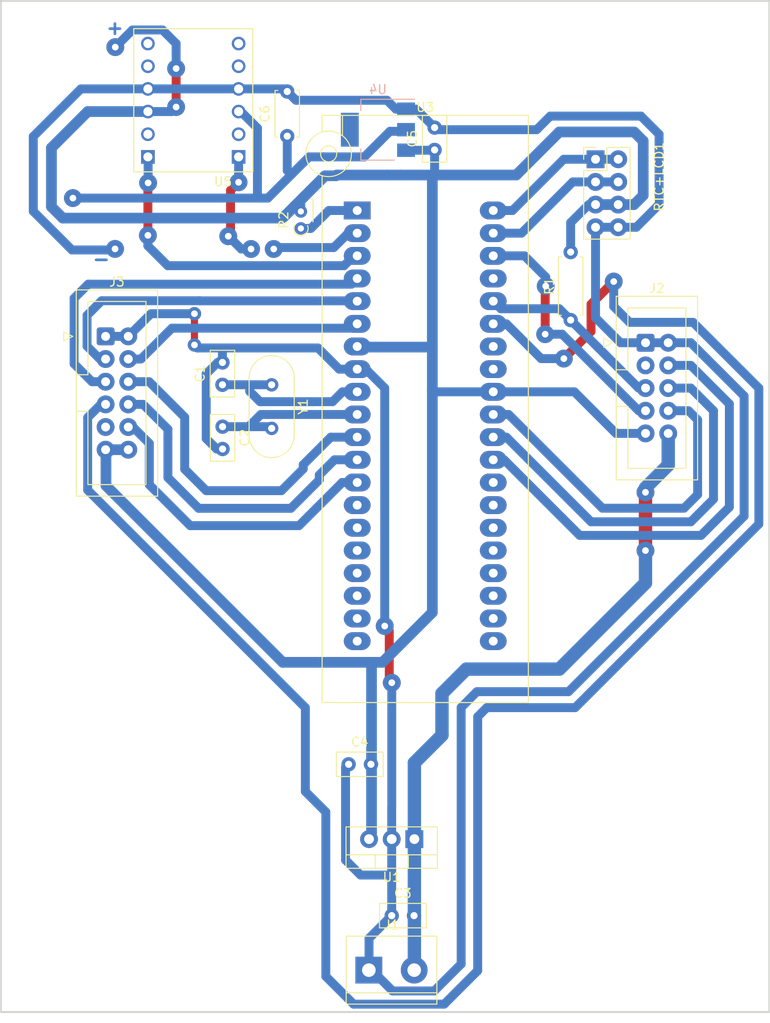
<source format=kicad_pcb>
(kicad_pcb (version 20211014) (generator pcbnew)
  (layers (0 "F.Cu" signal) (31 "B.Cu" signal) (34 "B.Paste" user) (35 "F.Paste" user) (36 "B.SilkS" user "B.Silkscreen") (37 "F.SilkS" user "F.Silkscreen") (38 "B.Mask" user) (39 "F.Mask" user) (44 "Edge.Cuts" user))
  (net 0 "")
  (net 1 "GND")
  (net 2 "+5V")
  (net 4 "+12V")
  (net 5 "Net-(C1-Pad1)")
  (net 6 "Net-(C2-Pad1)")
  (net 8 "Net-(RTC+LCD1-Pad3)")
  (net 9 "Net-(RTC+LCD1-Pad1)")
  (net 12 "Net-(C6-Pad1)")
  (net 13 "Net-(J5-Pad2)")
  (net 14 "Net-(U3-Pad3)")
  (net 21 "Net-(J5-Pad1)")
  (net 22 "Net-(J2-Pad4)")
  (net 23 "Net-(J2-Pad5)")
  (net 24 "Net-(J2-Pad6)")
  (net 25 "Net-(J3-Pad3)")
  (net 26 "Net-(J3-Pad4)")
  (net 27 "Net-(J3-Pad5)")
  (net 28 "Net-(J3-Pad6)")
  (net 29 "Net-(J3-Pad7)")
  (net 30 "Net-(J3-Pad8)")
  (net 32 "Net-(J3-Pad10)")
  (net 33 "Net-(R2-Pad1)")
  (net 34 "Net-(J2-Pad8)")
  (net 37 "Net-(J2-Pad7)")
  (footprint "Resistor_THT:R_Axial_DIN0207_L6.3mm_D2.5mm_P7.62mm_Horizontal" (layer "F.Cu") (at 158.496 89.154 90)
    (fp_text reference "R1" (at 3.81 -2.37 90) (layer "F.SilkS"))
    (fp_text value "4.7k")
    (pad "1" thru_hole circle (at 0 0 90) (size 1.6 1.6) (drill 0.8) (layers *.Cu *.Mask) (net 23 "Net-(J2-Pad5)"))
    (pad "2" thru_hole oval (at 7.62 0 90) (size 1.6 1.6) (drill 0.8) (layers *.Cu *.Mask) (net 2 "+5V"))
  )
  (footprint "Connector_PinHeader_2.54mm:PinHeader_2x04_P2.54mm_Vertical" (layer "F.Cu") (at 161.285 71.13)
    (fp_text reference "RTC+LCD1" (at 7.125 1.97 90) (layer "F.SilkS"))
    (fp_text value "Conn_02x04_Odd_Even")
    (pad "1" thru_hole rect (at 0 0) (size 2 2) (drill 1) (layers *.Cu *.Mask) (net 9 "Net-(RTC+LCD1-Pad1)"))
    (pad "2" thru_hole oval (at 2.54 0) (size 2 2) (drill 1) (layers *.Cu *.Mask) (net 9 "Net-(RTC+LCD1-Pad1)"))
    (pad "3" thru_hole oval (at 0 2.54) (size 2 2) (drill 1) (layers *.Cu *.Mask) (net 8 "Net-(RTC+LCD1-Pad3)"))
    (pad "4" thru_hole oval (at 2.54 2.54) (size 2 2) (drill 1) (layers *.Cu *.Mask) (net 8 "Net-(RTC+LCD1-Pad3)"))
    (pad "5" thru_hole oval (at 0 5.08) (size 2 2) (drill 1) (layers *.Cu *.Mask) (net 2 "+5V"))
    (pad "6" thru_hole oval (at 2.54 5.08) (size 2 2) (drill 1) (layers *.Cu *.Mask) (net 2 "+5V"))
    (pad "7" thru_hole oval (at 0 7.62) (size 2 2) (drill 1) (layers *.Cu *.Mask) (net 1 "GND"))
    (pad "8" thru_hole oval (at 2.54 7.62) (size 2 2) (drill 1) (layers *.Cu *.Mask) (net 1 "GND"))
  )
  (footprint "Capacitor_THT:C_Disc_D5.0mm_W2.5mm_P2.50mm" (layer "F.Cu") (at 119.5025 101.1 -90)
    (fp_text reference "C2" (at 1.25 -2.5 -90) (layer "F.SilkS"))
    (fp_text value "20pF")
    (pad "1" thru_hole circle (at 0 0 270) (size 1.6 1.6) (drill 0.8) (layers *.Cu *.Mask) (net 6 "Net-(C2-Pad1)"))
    (pad "2" thru_hole circle (at 2.5 0 270) (size 1.6 1.6) (drill 0.8) (layers *.Cu *.Mask) (net 1 "GND"))
  )
  (footprint "Package_TO_SOT_THT:TO-220-3_Vertical" (layer "F.Cu") (at 140.99 147.32 180)
    (fp_text reference "U1" (at 2.54 -4.27) (layer "F.SilkS"))
    (fp_text value "LM7805")
    (pad "1" thru_hole rect (at 0 0 180) (size 2 2) (drill 1.1) (layers *.Cu *.Mask) (net 4 "+12V"))
    (pad "2" thru_hole oval (at 2.54 0 180) (size 2 2) (drill 1.1) (layers *.Cu *.Mask) (net 1 "GND"))
    (pad "3" thru_hole oval (at 5.08 0 180) (size 2 2) (drill 1.1) (layers *.Cu *.Mask) (net 2 "+5V"))
  )
  (footprint "Capacitor_THT:C_Disc_D5.0mm_W2.5mm_P2.50mm" (layer "F.Cu") (at 119.488213 96.404772 90)
    (fp_text reference "C1" (at 1.25 -2.5 90) (layer "F.SilkS"))
    (fp_text value "20pF")
    (pad "1" thru_hole circle (at 0 0 90) (size 1.6 1.6) (drill 0.8) (layers *.Cu *.Mask) (net 5 "Net-(C1-Pad1)"))
    (pad "2" thru_hole circle (at 2.5 0 90) (size 1.6 1.6) (drill 0.8) (layers *.Cu *.Mask) (net 1 "GND"))
  )
  (footprint "Connector_IDC:IDC-Header_2x05_P2.54mm_Vertical" (layer "F.Cu") (at 166.8875 91.694)
    (fp_text reference "J2" (at 1.27 -6.1) (layer "F.SilkS"))
    (fp_text value "Conn_02x05_Odd_Even")
    (pad "1" thru_hole roundrect (at 0 0) (size 2 2) (drill 1) (layers *.Cu *.Mask) (roundrect_rratio 0.147059) (net 1 "GND"))
    (pad "2" thru_hole circle (at 2.54 0) (size 2 2) (drill 1) (layers *.Cu "B.Mask") (net 1 "GND"))
    (pad "3" thru_hole circle (at 0 2.54) (size 2 2) (drill 1) (layers *.Cu *.Mask))
    (pad "4" thru_hole circle (at 2.54 2.54) (size 2 2) (drill 1) (layers *.Cu *.Mask) (net 22 "Net-(J2-Pad4)"))
    (pad "5" thru_hole circle (at 0 5.08) (size 2 2) (drill 1) (layers *.Cu *.Mask) (net 23 "Net-(J2-Pad5)"))
    (pad "6" thru_hole circle (at 2.54 5.08) (size 2 2) (drill 1) (layers *.Cu *.Mask) (net 24 "Net-(J2-Pad6)"))
    (pad "7" thru_hole circle (at 0 7.62) (size 2 2) (drill 1) (layers *.Cu *.Mask) (net 37 "Net-(J2-Pad7)"))
    (pad "8" thru_hole circle (at 2.54 7.62) (size 2 2) (drill 1) (layers *.Cu *.Mask) (net 34 "Net-(J2-Pad8)"))
    (pad "9" thru_hole circle (at 0 10.16) (size 2 2) (drill 1) (layers *.Cu *.Mask) (net 2 "+5V"))
    (pad "10" thru_hole circle (at 2.54 10.16) (size 2 2) (drill 1) (layers *.Cu *.Mask) (net 4 "+12V"))
  )
  (footprint "Crystal:Crystal_HC49-4H_Vertical" (layer "F.Cu") (at 125.0025 96.41 -90)
    (fp_text reference "Y1" (at 2.44 -3.525 90) (layer "F.SilkS"))
    (fp_text value "16MHz")
    (pad "1" thru_hole circle (at 0 0 270) (size 1.5 1.5) (drill 0.8) (layers *.Cu *.Mask) (net 5 "Net-(C1-Pad1)"))
    (pad "2" thru_hole circle (at 4.88 0 270) (size 1.5 1.5) (drill 0.8) (layers *.Cu *.Mask) (net 6 "Net-(C2-Pad1)"))
  )
  (footprint "Capacitor_THT:C_Disc_D5.0mm_W2.5mm_P2.50mm" (layer "F.Cu") (at 138.45 155.897)
    (fp_text reference "C3" (at 1.25 -2.5) (layer "F.SilkS"))
    (fp_text value "330nF")
    (pad "1" thru_hole circle (at 0 0) (size 1.6 1.6) (drill 0.8) (layers *.Cu *.Mask) (net 1 "GND"))
    (pad "2" thru_hole circle (at 2.5 0) (size 1.6 1.6) (drill 0.8) (layers *.Cu *.Mask) (net 4 "+12V"))
  )
  (footprint "TerminalBlock:TerminalBlock_bornier-2_P5.08mm" (layer "F.Cu") (at 135.89 162.005)
    (fp_text reference "J1" (at 2.54 -5.08) (layer "F.SilkS"))
    (fp_text value "12v")
    (pad "1" thru_hole rect (at 0 0) (size 3 3) (drill 1.52) (layers *.Cu *.Mask) (net 1 "GND"))
    (pad "2" thru_hole circle (at 5.08 0) (size 3 3) (drill 1.52) (layers *.Cu *.Mask) (net 4 "+12V"))
  )
  (footprint "Capacitor_THT:C_Disc_D5.0mm_W2.5mm_P2.50mm" (layer "F.Cu") (at 133.624 138.938)
    (fp_text reference "C4" (at 1.25 -2.5) (layer "F.SilkS"))
    (fp_text value "100nF")
    (pad "1" thru_hole circle (at 0 0) (size 1.6 1.6) (drill 0.8) (layers *.Cu *.Mask) (net 1 "GND"))
    (pad "2" thru_hole circle (at 2.5 0) (size 1.6 1.6) (drill 0.8) (layers *.Cu *.Mask) (net 2 "+5V"))
  )
  (footprint "Zocalo de fuerza:Zocalo_fuerza_40" (layer "F.Cu") (at 134.5855 76.874)
    (fp_text reference "U3" (at 7.62 -11.56) (layer "F.SilkS"))
    (fp_text value "ATmega328P-P")
    (pad "1" thru_hole rect (at 0 0) (size 3 2) (drill 1) (layers *.Cu *.Mask) (net 33 "Net-(R2-Pad1)"))
    (pad "2" thru_hole oval (at 0 2.54) (size 3 2) (drill 1) (layers *.Cu *.Mask) (net 21 "Net-(J5-Pad1)"))
    (pad "3" thru_hole oval (at 0 5.08) (size 3 2) (drill 1) (layers *.Cu *.Mask) (net 14 "Net-(U3-Pad3)"))
    (pad "4" thru_hole oval (at 0 7.62) (size 3 2) (drill 1) (layers *.Cu *.Mask) (net 27 "Net-(J3-Pad5)"))
    (pad "5" thru_hole oval (at 0 10.16) (size 3 2) (drill 1) (layers *.Cu *.Mask) (net 25 "Net-(J3-Pad3)"))
    (pad "6" thru_hole oval (at 0 12.7) (size 3 2) (drill 1) (layers *.Cu *.Mask) (net 26 "Net-(J3-Pad4)"))
    (pad "7" thru_hole oval (at 0 15.24) (size 3 2) (drill 1) (layers *.Cu *.Mask) (net 2 "+5V"))
    (pad "8" thru_hole oval (at 0 17.78) (size 3 2) (drill oval 1) (layers *.Cu *.Mask) (net 1 "GND"))
    (pad "9" thru_hole oval (at 0 20.32) (size 3 2) (drill 1) (layers *.Cu *.Mask) (net 5 "Net-(C1-Pad1)"))
    (pad "10" thru_hole oval (at 0 22.86) (size 3 2) (drill 1) (layers *.Cu *.Mask) (net 6 "Net-(C2-Pad1)"))
    (pad "11" thru_hole oval (at 0 25.4) (size 3 2) (drill 1) (layers *.Cu *.Mask) (net 28 "Net-(J3-Pad6)"))
    (pad "12" thru_hole oval (at 0 27.94) (size 3 2) (drill 1) (layers *.Cu *.Mask) (net 30 "Net-(J3-Pad8)"))
    (pad "13" thru_hole oval (at 0 30.48) (size 3 2) (drill 1) (layers *.Cu *.Mask) (net 32 "Net-(J3-Pad10)"))
    (pad "14" thru_hole oval (at 0 33.02) (size 3 2) (drill 1) (layers *.Cu *.Mask))
    (pad "15" thru_hole oval (at 15.24 33.02) (size 3 2) (drill 1) (layers *.Cu *.Mask))
    (pad "16" thru_hole oval (at 15.24 30.48) (size 3 2) (drill 1) (layers *.Cu *.Mask))
    (pad "17" thru_hole oval (at 15.24 27.94) (size 3 2) (drill 1) (layers *.Cu *.Mask) (net 22 "Net-(J2-Pad4)"))
    (pad "18" thru_hole oval (at 15.24 25.4) (size 3 2) (drill 1) (layers *.Cu *.Mask) (net 24 "Net-(J2-Pad6)"))
    (pad "19" thru_hole oval (at 15.24 22.86) (size 3 2) (drill 1) (layers *.Cu *.Mask) (net 34 "Net-(J2-Pad8)"))
    (pad "20" thru_hole oval (at 15.24 20.32) (size 3 2) (drill 1) (layers *.Cu *.Mask) (net 2 "+5V"))
    (pad "21" thru_hole oval (at 15.24 17.78) (size 3 2) (drill 1) (layers *.Cu *.Mask))
    (pad "22" thru_hole oval (at 15.24 15.24) (size 3 2) (drill 1) (layers *.Cu *.Mask) (net 1 "GND"))
    (pad "23" thru_hole oval (at 15.24 12.7) (size 3 2) (drill 1) (layers *.Cu *.Mask) (net 29 "Net-(J3-Pad7)"))
    (pad "24" thru_hole oval (at 15.24 10.16) (size 3 2) (drill 1) (layers *.Cu *.Mask) (net 23 "Net-(J2-Pad5)"))
    (pad "25" thru_hole oval (at 15.24 7.62) (size 3 2) (drill 1) (layers *.Cu *.Mask))
    (pad "26" thru_hole oval (at 15.24 5.08) (size 3 2) (drill 1) (layers *.Cu *.Mask) (net 37 "Net-(J2-Pad7)"))
    (pad "27" thru_hole oval (at 15.24 2.54) (size 3 2) (drill 1) (layers *.Cu *.Mask) (net 8 "Net-(RTC+LCD1-Pad3)"))
    (pad "28" thru_hole oval (at 15.24 0) (size 3 2) (drill 1) (layers *.Cu *.Mask) (net 9 "Net-(RTC+LCD1-Pad1)"))
    (pad "x" thru_hole oval (at 0 45.72) (size 3 2) (drill 1) (layers *.Cu *.Mask))
    (pad "x" thru_hole oval (at 15.24 38.1) (size 3 2) (drill 1) (layers *.Cu *.Mask))
    (pad "x" thru_hole oval (at 0 35.56) (size 3 2) (drill 1) (layers *.Cu *.Mask))
    (pad "x" thru_hole oval (at 15.24 48.26) (size 3 2) (drill 1) (layers *.Cu *.Mask))
    (pad "x" thru_hole oval (at 0 48.26) (size 3 2) (drill 1) (layers *.Cu *.Mask))
    (pad "x" thru_hole oval (at 15.24 43.18) (size 3 2) (drill 1) (layers *.Cu *.Mask))
    (pad "x" thru_hole oval (at 0 38.1) (size 3 2) (drill 1) (layers *.Cu *.Mask))
    (pad "x" thru_hole oval (at 15.24 45.72) (size 3 2) (drill 1) (layers *.Cu *.Mask))
    (pad "x" thru_hole oval (at 15.24 35.56) (size 3 2) (drill 1) (layers *.Cu *.Mask))
    (pad "x" thru_hole oval (at 15.24 40.64) (size 3 2) (drill 1) (layers *.Cu *.Mask))
    (pad "x" thru_hole oval (at 0 43.18) (size 3 2) (drill 1) (layers *.Cu *.Mask))
    (pad "x" thru_hole oval (at 0 40.64) (size 3 2) (drill 1) (layers *.Cu *.Mask))
  )
  (footprint "Resistor_THT:R_Axial_DIN0204_L3.6mm_D1.6mm_P1.90mm_Vertical" (layer "F.Cu") (at 128.27 78.883 90)
    (fp_text reference "R2" (at 0.95 -1.92 90) (layer "F.SilkS"))
    (fp_text value "10k")
    (pad "1" thru_hole circle (at 0 0 90) (size 1.4 1.4) (drill 0.7) (layers *.Cu *.Mask) (net 33 "Net-(R2-Pad1)"))
    (pad "2" thru_hole oval (at 1.9 0 90) (size 1.4 1.4) (drill 0.7) (layers *.Cu *.Mask) (net 2 "+5V"))
  )
  (footprint "Conversor_logico_nivel-2:CONV_BOB-12009" (layer "F.Cu") (at 116.22 64.516 180)
    (fp_text reference "U5" (at -3.325 -9.135 180) (layer "F.SilkS"))
    (fp_text value "BOB-12009")
    (pad "GND_1" thru_hole circle locked (at 5.08 1.27 180) (size 1.524 1.524) (drill 1.016) (layers *.Cu *.Mask) (net 1 "GND"))
    (pad "GND_2" thru_hole circle locked (at -5.08 1.27 180) (size 1.524 1.524) (drill 1.016) (layers *.Cu *.Mask) (net 1 "GND"))
    (pad "HV" thru_hole circle locked (at 5.08 -1.27 180) (size 1.524 1.524) (drill 1.016) (layers *.Cu *.Mask) (net 2 "+5V"))
    (pad "HV1" thru_hole rect locked (at 5.08 -6.35 180) (size 1.524 1.524) (drill 1.016) (layers *.Cu *.Mask) (net 14 "Net-(U3-Pad3)"))
    (pad "HV2" thru_hole circle locked (at 5.08 -3.81 180) (size 1.524 1.524) (drill 1.016) (layers *.Cu *.Mask))
    (pad "HV3" thru_hole circle locked (at 5.08 3.81 180) (size 1.524 1.524) (drill 1.016) (layers *.Cu *.Mask))
    (pad "HV4" thru_hole circle locked (at 5.08 6.35 180) (size 1.524 1.524) (drill 1.016) (layers *.Cu *.Mask))
    (pad "LV" thru_hole circle locked (at -5.08 -1.27 180) (size 1.524 1.524) (drill 1.016) (layers *.Cu *.Mask) (net 12 "Net-(C6-Pad1)"))
    (pad "LV1" thru_hole rect locked (at -5.08 -6.35 180) (size 1.524 1.524) (drill 1.016) (layers *.Cu *.Mask) (net 13 "Net-(J5-Pad2)"))
    (pad "LV2" thru_hole circle locked (at -5.08 -3.81 180) (size 1.524 1.524) (drill 1.016) (layers *.Cu *.Mask))
    (pad "LV3" thru_hole circle locked (at -5.08 3.81 180) (size 1.524 1.524) (drill 1.016) (layers *.Cu *.Mask))
    (pad "LV4" thru_hole circle locked (at -5.08 6.35 180) (size 1.524 1.524) (drill 1.016) (layers *.Cu *.Mask))
  )
  (footprint "Capacitor_THT:C_Disc_D5.0mm_W2.5mm_P2.50mm" (layer "F.Cu") (at 143.256 70.084 90)
    (fp_text reference "C5" (at 1.25 -2.5 90) (layer "F.SilkS"))
    (fp_text value "100nF")
    (pad "1" thru_hole circle (at 0 0 90) (size 1.6 1.6) (drill 0.8) (layers *.Cu *.Mask) (net 2 "+5V"))
    (pad "2" thru_hole circle (at 2.5 0 90) (size 1.6 1.6) (drill 0.8) (layers *.Cu *.Mask) (net 1 "GND"))
  )
  (footprint "Connector_IDC:IDC-Header_2x06_P2.54mm_Vertical" (layer "F.Cu") (at 106.4 90.98)
    (fp_text reference "J3" (at 1.27 -6.1) (layer "F.SilkS"))
    (fp_text value "Conn_02x06_Odd_Even")
    (pad "1" thru_hole roundrect (at 0 0) (size 2 2) (drill 1) (layers *.Cu *.Mask) (roundrect_rratio 0.147059) (net 1 "GND"))
    (pad "2" thru_hole circle (at 2.54 0) (size 2 2) (drill 1) (layers *.Cu *.Mask) (net 1 "GND"))
    (pad "3" thru_hole circle (at 0 2.54) (size 2 2) (drill 1) (layers *.Cu *.Mask) (net 25 "Net-(J3-Pad3)"))
    (pad "4" thru_hole circle (at 2.54 2.54) (size 2 2) (drill 1) (layers *.Cu *.Mask) (net 26 "Net-(J3-Pad4)"))
    (pad "5" thru_hole circle (at 0 5.08) (size 2 2) (drill 1) (layers *.Cu *.Mask) (net 27 "Net-(J3-Pad5)"))
    (pad "6" thru_hole circle (at 2.54 5.08) (size 2 2) (drill 1) (layers *.Cu *.Mask) (net 28 "Net-(J3-Pad6)"))
    (pad "7" thru_hole circle (at 0 7.62) (size 2 2) (drill 1) (layers *.Cu *.Mask) (net 29 "Net-(J3-Pad7)"))
    (pad "8" thru_hole circle (at 2.54 7.62) (size 2 2) (drill 1) (layers *.Cu *.Mask) (net 30 "Net-(J3-Pad8)"))
    (pad "9" thru_hole circle (at 0 10.16) (size 2 2) (drill 1) (layers *.Cu *.Mask))
    (pad "10" thru_hole circle (at 2.54 10.16) (size 2 2) (drill 1) (layers *.Cu *.Mask) (net 32 "Net-(J3-Pad10)"))
    (pad "11" thru_hole circle (at 0 12.7) (size 2 2) (drill 1) (layers *.Cu *.Mask) (net 2 "+5V"))
    (pad "12" thru_hole circle (at 2.54 12.7) (size 2 2) (drill 1) (layers *.Cu *.Mask) (net 2 "+5V"))
  )
  (footprint "Capacitor_THT:C_Disc_D5.0mm_W2.5mm_P5.00mm" (layer "F.Cu") (at 126.746 68.54 90)
    (fp_text reference "C6" (at 2.5 -2.5 90) (layer "F.SilkS"))
    (fp_text value "10uF")
    (pad "1" thru_hole circle (at 0 0 90) (size 1.6 1.6) (drill 0.8) (layers *.Cu *.Mask) (net 12 "Net-(C6-Pad1)"))
    (pad "2" thru_hole circle (at 5 0 90) (size 1.6 1.6) (drill 0.8) (layers *.Cu *.Mask) (net 1 "GND"))
  )
  (footprint "Package_TO_SOT_SMD:SOT-223" (layer "B.Cu") (at 136.906 67.818 180)
    (fp_text reference "U4" (at 0 4.5) (layer "B.SilkS") (effects (justify mirror)))
    (fp_text value "LM1117-3.3")
    (pad "1" smd rect (at -3.15 2.3 180) (size 2 1.5) (layers "B.Cu" "B.Paste" "B.Mask") (net 1 "GND"))
    (pad "2" smd rect (at -3.15 0 180) (size 2 1.5) (layers "B.Cu" "B.Paste" "B.Mask") (net 12 "Net-(C6-Pad1)"))
    (pad "3" smd rect (at -3.15 -2.3 180) (size 2 1.5) (layers "B.Cu" "B.Paste" "B.Mask") (net 2 "+5V"))
    (pad "4" smd rect (at 3.15 0 180) (size 2 3.8) (layers "B.Cu" "B.Paste" "B.Mask"))
  )
  (gr_rect (start 180.7495 53.383) (end 94.67 166.701) (layer "Edge.Cuts") (width 0.2) (fill none))
  (gr_text "-" (at 105.918 82.296) (layer "B.Cu") (effects (font (size 1.5 1.5) (thickness 0.3)) (justify mirror)))
  (gr_text "+\n" (at 107.442 56.388) (layer "B.Cu") (effects (font (size 1.5 1.5) (thickness 0.3)) (justify mirror)))
  (via (at 97.25 164.084) (size 4) (drill 3.5) (layers "F.Cu" "B.Cu") (remove_unused_layers) (net 0))
  (via (at 97.09 55.95) (size 4) (drill 3.5) (layers "F.Cu" "B.Cu") (remove_unused_layers) (net 0))
  (via (at 178.054 164.084) (size 4) (drill 3.5) (layers "F.Cu" "B.Cu") (remove_unused_layers) (net 0))
  (via (at 178.308 55.88) (size 4) (drill 3.5) (layers "F.Cu" "B.Cu") (remove_unused_layers) (net 0))
  (segment (start 138.176 123.952) (end 137.668 123.444) (width 1) (layer "F.Cu") (net 1))
  (segment (start 107.4575 81.1775) (end 107.455 81.18) (width 1) (layer "F.Cu") (net 1))
  (segment (start 138.46 129.794) (end 138.176 129.51) (width 1) (layer "F.Cu") (net 1))
  (segment (start 116.3525 88.44) (end 116.3525 91.94) (width 0.8) (layer "F.Cu") (net 1))
  (segment (start 138.176 129.51) (end 138.176 123.952) (width 1) (layer "F.Cu") (net 1))
  (via (at 107.4575 81.1775) (size 2) (drill 0.75) (layers "F.Cu" "B.Cu") (net 1))
  (via (at 137.668 123.444) (size 2) (drill 0.75) (layers "F.Cu" "B.Cu") (net 1))
  (via (at 138.46 129.794) (size 2) (drill 0.75) (layers "F.Cu" "B.Cu") (net 1))
  (via (at 116.3525 88.44) (size 1.5) (drill 0.75) (layers "F.Cu" "B.Cu") (net 1))
  (via (at 116.3525 91.94) (size 1.5) (drill 0.75) (layers "F.Cu" "B.Cu") (net 1))
  (segment (start 126.746 63.54) (end 127.722 64.516) (width 1) (layer "B.Cu") (net 1))
  (segment (start 130.1925 92.28) (end 132.5665 94.654) (width 1) (layer "B.Cu") (net 1))
  (segment (start 177.928372 97.664372) (end 171.958 91.694) (width 1) (layer "B.Cu") (net 1))
  (segment (start 107.49 81.2975) (end 102.6335 81.2975) (width 1) (layer "B.Cu") (net 1))
  (segment (start 108.91 91.01) (end 108.94 90.98) (width 0.8) (layer "B.Cu") (net 1))
  (segment (start 138.45 151.307) (end 138.45 155.897) (width 1) (layer "B.Cu") (net 1))
  (segment (start 143.209 164.338) (end 146.23 161.317) (width 1) (layer "B.Cu") (net 1))
  (segment (start 141.19 65.518) (end 143.256 67.584) (width 1) (layer "B.Cu") (net 1))
  (segment (start 169.4275 91.694) (end 166.8875 91.694) (width 1) (layer "B.Cu") (net 1))
  (segment (start 143.49 67.818) (end 154.686 67.818) (width 1) (layer "B.Cu") (net 1))
  (segment (start 158.255 130.797) (end 177.928372 111.123628) (width 1) (layer "B.Cu") (net 1))
  (segment (start 168.402 68.326) (end 168.402 76.2) (width 1) (layer "B.Cu") (net 1))
  (segment (start 163.825 78.75) (end 161.285 78.75) (width 1) (layer "B.Cu") (net 1))
  (segment (start 161.285 78.75) (end 161.285 88.895) (width 1) (layer "B.Cu") (net 1))
  (segment (start 132.5665 94.654) (end 135.548 94.654) (width 1) (layer "B.Cu") (net 1))
  (segment (start 103.632 63.246) (end 126.452 63.246) (width 1) (layer "B.Cu") (net 1))
  (segment (start 108.94 90.98) (end 111.48 88.44) (width 1) (layer "B.Cu") (net 1))
  (segment (start 161.285 88.895) (end 164.084 91.694) (width 1) (layer "B.Cu") (net 1))
  (segment (start 126.452 63.246) (end 126.746 63.54) (width 1) (layer "B.Cu") (net 1))
  (segment (start 116.3445 91.948) (end 116.3525 91.94) (width 0.8) (layer "B.Cu") (net 1))
  (segment (start 166.37 66.294) (end 168.402 68.326) (width 1) (layer "B.Cu") (net 1))
  (segment (start 146.23 132.567) (end 148 130.797) (width 1) (layer "B.Cu") (net 1))
  (segment (start 133.28 139.282) (end 133.28 149.667) (width 1) (layer "B.Cu") (net 1))
  (segment (start 116.664 92.28) (end 119.458 92.28) (width 1) (layer "B.Cu") (net 1))
  (segment (start 164.084 91.694) (end 166.8875 91.694) (width 1) (layer "B.Cu") (net 1))
  (segment (start 138.924 65.518) (end 140.056 65.518) (width 1) (layer "B.Cu") (net 1))
  (segment (start 135.548 94.654) (end 137.668 96.774) (width 1) (layer "B.Cu") (net 1))
  (segment (start 135.91 161.985) (end 135.89 162.005) (width 1) (layer "B.Cu") (net 1))
  (segment (start 138.41 151.347) (end 138.45 151.307) (width 1) (layer "B.Cu") (net 1))
  (segment (start 138.45 146.902) (end 138.45 151.307) (width 1) (layer "B.Cu") (net 1))
  (segment (start 117.6725 102.4325) (end 117.6725 95.1795) (width 1) (layer "B.Cu") (net 1))
  (segment (start 138.551 164.338) (end 143.209 164.338) (width 1) (layer "B.Cu") (net 1))
  (segment (start 165.852 78.75) (end 163.825 78.75) (width 1) (layer "B.Cu") (net 1))
  (segment (start 138.45 143.717) (end 138.45 146.902) (width 1) (layer "B.Cu") (net 1))
  (segment (start 171.958 91.694) (end 169.4275 91.694) (width 1) (layer "B.Cu") (net 1))
  (segment (start 138.46 129.794) (end 138.46 143.707) (width 1) (layer "B.Cu") (net 1))
  (segment (start 148 130.797) (end 158.255 130.797) (width 1) (layer "B.Cu") (net 1))
  (segment (start 98.298 76.962) (end 98.298 68.58) (width 1) (layer "B.Cu") (net 1))
  (segment (start 133.28 149.667) (end 134.96 151.347) (width 1) (layer "B.Cu") (net 1))
  (segment (start 143.256 67.584) (end 143.49 67.818) (width 1) (layer "B.Cu") (net 1))
  (segment (start 127.722 64.516) (end 137.922 64.516) (width 1) (layer "B.Cu") (net 1))
  (segment (start 134.96 151.347) (end 138.41 151.347) (width 1) (layer "B.Cu") (net 1))
  (segment (start 119.488213 92.310213) (end 119.458 92.28) (width 1) (layer "B.Cu") (net 1))
  (segment (start 106.4 90.98) (end 106.43 91.01) (width 0.8) (layer "B.Cu") (net 1))
  (segment (start 146.23 161.317) (end 146.23 132.567) (width 1) (layer "B.Cu") (net 1))
  (segment (start 140.056 65.518) (end 141.19 65.518) (width 1) (layer "B.Cu") (net 1))
  (segment (start 111.48 88.44) (end 116.3525 88.44) (width 1) (layer "B.Cu") (net 1))
  (segment (start 177.928372 111.123628) (end 177.928372 97.664372) (width 1) (layer "B.Cu") (net 1))
  (segment (start 117.6725 95.1795) (end 118.947228 93.904772) (width 1) (layer "B.Cu") (net 1))
  (segment (start 116.332 91.948) (end 116.3445 91.948) (width 0.8) (layer "B.Cu") (net 1))
  (segment (start 119.458 92.28) (end 130.1925 92.28) (width 1) (layer "B.Cu") (net 1))
  (segment (start 119.5025 103.6) (end 118.84 103.6) (width 1) (layer "B.Cu") (net 1))
  (segment (start 102.6335 81.2975) (end 98.298 76.962) (width 1) (layer "B.Cu") (net 1))
  (segment (start 119.488213 93.904772) (end 119.488213 92.310213) (width 1) (layer "B.Cu") (net 1))
  (segment (start 137.668 96.774) (end 137.668 123.444) (width 1) (layer "B.Cu") (net 1))
  (segment (start 154.686 67.818) (end 156.21 66.294) (width 1) (layer "B.Cu") (net 1))
  (segment (start 116.332 91.948) (end 116.664 92.28) (width 1) (layer "B.Cu") (net 1))
  (segment (start 138.46 143.707) (end 138.45 143.717) (width 1) (layer "B.Cu") (net 1))
  (segment (start 118.947228 93.904772) (end 119.488213 93.904772) (width 1) (layer "B.Cu") (net 1))
  (segment (start 135.91 158.437) (end 135.91 161.985) (width 1) (layer "B.Cu") (net 1))
  (segment (start 137.922 64.516) (end 138.924 65.518) (width 1) (layer "B.Cu") (net 1))
  (segment (start 133.624 138.938) (end 133.28 139.282) (width 1) (layer "B.Cu") (net 1))
  (segment (start 138.45 155.897) (end 135.91 158.437) (width 1) (layer "B.Cu") (net 1))
  (segment (start 98.298 68.58) (end 103.632 63.246) (width 1) (layer "B.Cu") (net 1))
  (segment (start 136.218 162.005) (end 138.551 164.338) (width 1) (layer "B.Cu") (net 1))
  (segment (start 106.4 90.98) (end 108.94 90.98) (width 1) (layer "B.Cu") (net 1))
  (segment (start 168.402 76.2) (end 165.852 78.75) (width 1) (layer "B.Cu") (net 1))
  (segment (start 156.21 66.294) (end 166.37 66.294) (width 1) (layer "B.Cu") (net 1))
  (segment (start 118.84 103.6) (end 117.6725 102.4325) (width 1) (layer "B.Cu") (net 1))
  (segment (start 135.89 162.005) (end 136.218 162.005) (width 1) (layer "B.Cu") (net 1))
  (segment (start 114.3 65.278) (end 114.3 60.96) (width 1) (layer "F.Cu") (net 2))
  (via (at 114.3 65.278) (size 2) (drill 0.75) (layers "F.Cu" "B.Cu") (net 2))
  (via (at 107.48546 58.565462) (size 2) (drill 0.75) (layers "F.Cu" "B.Cu") (net 2))
  (via (at 114.3 60.96) (size 2) (drill 0.75) (layers "F.Cu" "B.Cu") (net 2))
  (segment (start 136.19 127.716) (end 136.398 127.508) (width 1) (layer "B.Cu") (net 2))
  (segment (start 114.3 60.96) (end 114.3 58.166) (width 1) (layer "B.Cu") (net 2))
  (segment (start 101.6 77.724) (end 126.238 77.724) (width 1.2) (layer "B.Cu") (net 2))
  (segment (start 158.916 97.194) (end 163.576 101.854) (width 1) (layer "B.Cu") (net 2))
  (segment (start 100.33 69.85) (end 100.33 76.454) (width 1.2) (layer "B.Cu") (net 2))
  (segment (start 149.8255 97.194) (end 143.168 97.194) (width 1) (layer "B.Cu") (net 2))
  (segment (start 152.4 72.898) (end 157.226 68.072) (width 1.2) (layer "B.Cu") (net 2))
  (segment (start 140.49 70.64) (end 140.15 70.3) (width 0.25) (layer "B.Cu") (net 2))
  (segment (start 143.002 97.028) (end 143.002 92.202) (width 1.2) (layer "B.Cu") (net 2))
  (segment (start 135.91 146.902) (end 136.19 146.622) (width 1.2) (layer "B.Cu") (net 2))
  (segment (start 132.207024 72.985012) (end 132.294036 72.898) (width 1.2) (layer "B.Cu") (net 2))
  (segment (start 143.256 70.084) (end 143.256 72.898) (width 1) (layer "B.Cu") (net 2))
  (segment (start 111.14 65.786) (end 113.792 65.786) (width 1) (layer "B.Cu") (net 2))
  (segment (start 143.222 70.118) (end 143.256 70.084) (width 1) (layer "B.Cu") (net 2))
  (segment (start 160.518 76.21) (end 161.285 76.21) (width 1) (layer "B.Cu") (net 2))
  (segment (start 149.8255 97.194) (end 158.916 97.194) (width 1) (layer "B.Cu") (net 2))
  (segment (start 106.4425 103.7225) (end 106.4425 107.7125) (width 1.2) (layer "B.Cu") (net 2))
  (segment (start 132.294036 72.898) (end 137.922 72.898) (width 1.2) (layer "B.Cu") (net 2))
  (segment (start 143.256 72.898) (end 152.4 72.898) (width 1.2) (layer "B.Cu") (net 2))
  (segment (start 140.056 70.118) (end 143.222 70.118) (width 1) (layer "B.Cu") (net 2))
  (segment (start 157.226 68.072) (end 165.608 68.072) (width 1.2) (layer "B.Cu") (net 2))
  (segment (start 114.3 58.166) (end 112.776 56.642) (width 1) (layer "B.Cu") (net 2))
  (segment (start 113.792 65.786) (end 114.3 65.278) (width 1) (layer "B.Cu") (net 2))
  (segment (start 139.446 72.898) (end 143.256 72.898) (width 1.2) (layer "B.Cu") (net 2))
  (segment (start 112.776 56.642) (end 109.408922 56.642) (width 1) (layer "B.Cu") (net 2))
  (segment (start 111.14 65.786) (end 104.394 65.786) (width 1.2) (layer "B.Cu") (net 2))
  (segment (start 134.6515 92.18) (end 142.98 92.18) (width 1.2) (layer "B.Cu") (net 2))
  (segment (start 166.624 75.184) (end 165.598 76.21) (width 1.2) (layer "B.Cu") (net 2))
  (segment (start 126.238 127.508) (end 136.398 127.508) (width 1.2) (layer "B.Cu") (net 2))
  (segment (start 165.608 68.072) (end 166.624 69.088) (width 1.2) (layer "B.Cu") (net 2))
  (segment (start 106.4 103.68) (end 108.94 103.68) (width 1.2) (layer "B.Cu") (net 2))
  (segment (start 143.002 121.92) (end 143.002 97.028) (width 1.2) (layer "B.Cu") (net 2))
  (segment (start 126.238 77.724) (end 128.524 75.438) (width 1.2) (layer "B.Cu") (net 2))
  (segment (start 143.168 97.194) (end 143.002 97.028) (width 1) (layer "B.Cu") (net 2))
  (segment (start 166.624 69.088) (end 166.624 75.184) (width 1.2) (layer "B.Cu") (net 2))
  (segment (start 106.4425 107.7125) (end 126.238 127.508) (width 1.2) (layer "B.Cu") (net 2))
  (segment (start 165.598 76.21) (end 163.825 76.21) (width 1.2) (layer "B.Cu") (net 2))
  (segment (start 143.002 92.202) (end 143.002 72.898) (width 1.2) (layer "B.Cu") (net 2))
  (segment (start 128.27 76.983) (end 128.27 75.692) (width 1) (layer "B.Cu") (net 2))
  (segment (start 163.825 76.21) (end 161.285 76.21) (width 1.2) (layer "B.Cu") (net 2))
  (segment (start 158.496 78.232) (end 160.518 76.21) (width 1) (layer "B.Cu") (net 2))
  (segment (start 104.394 65.786) (end 100.33 69.85) (width 1.2) (layer "B.Cu") (net 2))
  (segment (start 158.496 81.534) (end 158.496 78.232) (width 1) (layer "B.Cu") (net 2))
  (segment (start 130.976988 72.985012) (end 132.207024 72.985012) (width 1.2) (layer "B.Cu") (net 2))
  (segment (start 137.922 72.898) (end 139.446 72.898) (width 1.2) (layer "B.Cu") (net 2))
  (segment (start 100.33 76.454) (end 101.6 77.724) (width 1.2) (layer "B.Cu") (net 2))
  (segment (start 137.414 127.508) (end 143.002 121.92) (width 1.2) (layer "B.Cu") (net 2))
  (segment (start 136.19 146.622) (end 136.19 127.716) (width 1.2) (layer "B.Cu") (net 2))
  (segment (start 142.98 92.18) (end 143.002 92.202) (width 1.2) (layer "B.Cu") (net 2))
  (segment (start 163.576 101.854) (end 166.8875 101.854) (width 1) (layer "B.Cu") (net 2))
  (segment (start 136.398 127.508) (end 137.414 127.508) (width 1.2) (layer "B.Cu") (net 2))
  (segment (start 109.408922 56.642) (end 107.48546 58.565462) (width 1) (layer "B.Cu") (net 2))
  (segment (start 128.27 75.692) (end 128.524 75.438) (width 1) (layer "B.Cu") (net 2))
  (segment (start 128.524 75.438) (end 130.976988 72.985012) (width 1.2) (layer "B.Cu") (net 2))
  (segment (start 106.4 103.68) (end 106.4425 103.7225) (width 0.8) (layer "B.Cu") (net 2))
  (segment (start 166.878 114.9835) (end 166.878 108.458) (width 1.5) (layer "F.Cu") (net 4))
  (via (at 166.878 108.458) (size 2) (drill 0.75) (layers "F.Cu" "B.Cu") (net 4))
  (via (at 166.878 114.9835) (size 2) (drill 0.75) (layers "F.Cu" "B.Cu") (net 4))
  (segment (start 157.226 128.27) (end 146.812 128.27) (width 1.5) (layer "B.Cu") (net 4))
  (segment (start 166.878 118.618) (end 157.226 128.27) (width 1.5) (layer "B.Cu") (net 4))
  (segment (start 166.878 108.458) (end 166.878 107.95) (width 1.5) (layer "B.Cu") (net 4))
  (segment (start 166.878 114.9835) (end 166.878 118.618) (width 1.5) (layer "B.Cu") (net 4))
  (segment (start 144.08 131.002) (end 144.08 135.677) (width 1.5) (layer "B.Cu") (net 4))
  (segment (start 144.08 135.677) (end 140.99 138.767) (width 1.5) (layer "B.Cu") (net 4))
  (segment (start 146.812 128.27) (end 144.08 131.002) (width 1.5) (layer "B.Cu") (net 4))
  (segment (start 140.99 138.767) (end 140.99 161.985) (width 1.5) (layer "B.Cu") (net 4))
  (segment (start 140.99 161.985) (end 140.97 162.005) (width 1.5) (layer "B.Cu") (net 4))
  (segment (start 169.4275 105.4005) (end 169.4275 101.854) (width 1.5) (layer "B.Cu") (net 4))
  (segment (start 166.878 107.95) (end 169.4275 105.4005) (width 1.5) (layer "B.Cu") (net 4))
  (segment (start 122.543228 97.143228) (end 122.543228 96.404772) (width 1) (layer "B.Cu") (net 5))
  (segment (start 124.997272 96.404772) (end 125.0025 96.41) (width 1) (layer "B.Cu") (net 5))
  (segment (start 132.93 97.194) (end 131.826 98.298) (width 1) (layer "B.Cu") (net 5))
  (segment (start 119.488213 96.404772) (end 122.543228 96.404772) (width 1) (layer "B.Cu") (net 5))
  (segment (start 122.543228 96.404772) (end 124.997272 96.404772) (width 1) (layer "B.Cu") (net 5))
  (segment (start 123.698 98.298) (end 122.543228 97.143228) (width 1) (layer "B.Cu") (net 5))
  (segment (start 131.826 98.298) (end 123.698 98.298) (width 1) (layer "B.Cu") (net 5))
  (segment (start 134.5855 97.194) (end 132.93 97.194) (width 1) (layer "B.Cu") (net 5))
  (segment (start 124.8125 101.1) (end 125.0025 101.29) (width 1) (layer "B.Cu") (net 6))
  (segment (start 123.786 99.734) (end 122.42 101.1) (width 1) (layer "B.Cu") (net 6))
  (segment (start 134.5195 99.8) (end 134.5855 99.734) (width 1) (layer "B.Cu") (net 6))
  (segment (start 122.42 101.1) (end 124.8125 101.1) (width 1) (layer "B.Cu") (net 6))
  (segment (start 119.5025 101.1) (end 122.42 101.1) (width 1) (layer "B.Cu") (net 6))
  (segment (start 125.0025 101.3) (end 125.0025 101.29) (width 0.8) (layer "B.Cu") (net 6))
  (segment (start 134.5855 99.734) (end 123.786 99.734) (width 1) (layer "B.Cu") (net 6))
  (segment (start 152.996 79.414) (end 158.74 73.67) (width 1) (layer "B.Cu") (net 8))
  (segment (start 149.8255 79.414) (end 152.996 79.414) (width 1) (layer "B.Cu") (net 8))
  (segment (start 158.74 73.67) (end 163.825 73.67) (width 1) (layer "B.Cu") (net 8))
  (segment (start 151.98 76.874) (end 157.724 71.13) (width 1) (layer "B.Cu") (net 9))
  (segment (start 161.285 71.13) (end 163.825 71.13) (width 1) (layer "B.Cu") (net 9))
  (segment (start 157.724 71.13) (end 161.285 71.13) (width 1) (layer "B.Cu") (net 9))
  (segment (start 149.8255 76.874) (end 151.98 76.874) (width 1) (layer "B.Cu") (net 9))
  (via (at 102.73825 75.48325) (size 2) (drill 0.75) (layers "F.Cu" "B.Cu") (net 12))
  (segment (start 127.208 72.852) (end 129.194 70.866) (width 1) (layer "B.Cu") (net 12))
  (segment (start 126.746 68.54) (end 126.746 72.39) (width 1) (layer "B.Cu") (net 12))
  (segment (start 129.194 70.866) (end 130.81 70.866) (width 1) (layer "B.Cu") (net 12))
  (segment (start 124.57675 75.48325) (end 127.208 72.852) (width 1) (layer "B.Cu") (net 12))
  (segment (start 126.746 72.39) (end 127.208 72.852) (width 1) (layer "B.Cu") (net 12))
  (segment (start 123.41 75.34) (end 123.41 67.64) (width 1) (layer "B.Cu") (net 12))
  (segment (start 135.382 70.866) (end 138.248 68) (width 1) (layer "B.Cu") (net 12))
  (segment (start 102.73825 75.48325) (end 122.40575 75.48325) (width 1) (layer "B.Cu") (net 12))
  (segment (start 122.40575 75.48325) (end 124.57675 75.48325) (width 1) (layer "B.Cu") (net 12))
  (segment (start 130.81 70.866) (end 135.382 70.866) (width 1) (layer "B.Cu") (net 12))
  (segment (start 121.556 65.786) (end 121.3 65.786) (width 1) (layer "B.Cu") (net 12))
  (segment (start 138.248 68) (end 140.15 68) (width 1) (layer "B.Cu") (net 12))
  (segment (start 123.49 75.42) (end 123.41 75.34) (width 1) (layer "B.Cu") (net 12))
  (segment (start 123.41 67.64) (end 121.556 65.786) (width 1) (layer "B.Cu") (net 12))
  (segment (start 120.142 79.756) (end 120.396 79.502) (width 1) (layer "F.Cu") (net 13))
  (segment (start 120.396 79.502) (end 120.396 74.60901) (width 1) (layer "F.Cu") (net 13))
  (segment (start 120.396 74.60901) (end 121.294769 73.710241) (width 1) (layer "F.Cu") (net 13))
  (via (at 122.69325 81.18825) (size 2) (drill 0.75) (layers "F.Cu" "B.Cu") (net 13))
  (via (at 121.294769 73.710241) (size 2) (drill 0.75) (layers "F.Cu" "B.Cu") (net 13))
  (via (at 120.142 79.756) (size 2) (drill 0.75) (layers "F.Cu" "B.Cu") (net 13))
  (segment (start 120.142 79.756) (end 120.163612 79.756) (width 1) (layer "B.Cu") (net 13))
  (segment (start 120.163612 79.756) (end 121.595862 81.18825) (width 1) (layer "B.Cu") (net 13))
  (segment (start 121.3 70.866) (end 121.3 73.70501) (width 1) (layer "B.Cu") (net 13))
  (segment (start 121.3 73.70501) (end 121.294769 73.710241) (width 1) (layer "B.Cu") (net 13))
  (segment (start 121.595862 81.18825) (end 122.69325 81.18825) (width 1) (layer "B.Cu") (net 13))
  (segment (start 111.137565 73.805171) (end 111.162686 73.78005) (width 1) (layer "F.Cu") (net 14))
  (segment (start 111.137565 79.658309) (end 111.137565 73.805171) (width 1) (layer "F.Cu") (net 14))
  (via (at 111.162686 73.78005) (size 2) (drill 0.75) (layers "F.Cu" "B.Cu") (net 14))
  (via (at 111.137565 79.658309) (size 2) (drill 0.75) (layers "F.Cu" "B.Cu") (net 14))
  (segment (start 111.137565 80.838985) (end 113.35658 83.058) (width 1) (layer "B.Cu") (net 14))
  (segment (start 113.35658 83.058) (end 133.117337 83.058) (width 1) (layer "B.Cu") (net 14))
  (segment (start 134.221337 81.954) (end 134.5855 81.954) (width 1) (layer "B.Cu") (net 14))
  (segment (start 111.162686 73.78005) (end 111.162686 70.888686) (width 1) (layer "B.Cu") (net 14))
  (segment (start 111.137565 79.658309) (end 111.137565 80.838985) (width 1) (layer "B.Cu") (net 14))
  (segment (start 133.117337 83.058) (end 134.221337 81.954) (width 1) (layer "B.Cu") (net 14))
  (segment (start 111.162686 70.888686) (end 111.14 70.866) (width 1) (layer "B.Cu") (net 14))
  (via (at 125.23325 81.18825) (size 2) (drill 0.75) (layers "F.Cu" "B.Cu") (net 21))
  (segment (start 125.23325 81.18825) (end 125.3955 81.026) (width 1) (layer "B.Cu") (net 21))
  (segment (start 131.96275 81.026) (end 133.57475 79.414) (width 1) (layer "B.Cu") (net 21))
  (segment (start 133.57475 79.414) (end 134.5855 79.414) (width 1) (layer "B.Cu") (net 21))
  (segment (start 125.3955 81.026) (end 131.96275 81.026) (width 1) (layer "B.Cu") (net 21))
  (segment (start 173.101 113.284) (end 176.276 110.109) (width 1) (layer "B.Cu") (net 22))
  (segment (start 171.958 94.234) (end 169.4275 94.234) (width 1) (layer "B.Cu") (net 22))
  (segment (start 159.512 113.284) (end 173.101 113.284) (width 1) (layer "B.Cu") (net 22))
  (segment (start 176.276 110.109) (end 176.276 98.552) (width 1) (layer "B.Cu") (net 22))
  (segment (start 176.276 98.552) (end 171.958 94.234) (width 1) (layer "B.Cu") (net 22))
  (segment (start 149.8255 104.814) (end 151.042 104.814) (width 1) (layer "B.Cu") (net 22))
  (segment (start 151.042 104.814) (end 159.512 113.284) (width 1) (layer "B.Cu") (net 22))
  (segment (start 149.8255 87.034) (end 150.6755 87.884) (width 1) (layer "B.Cu") (net 23))
  (segment (start 157.226 87.884) (end 166.116 96.774) (width 1) (layer "B.Cu") (net 23))
  (segment (start 150.6755 87.884) (end 157.226 87.884) (width 1) (layer "B.Cu") (net 23))
  (segment (start 166.116 96.774) (end 166.8875 96.774) (width 1) (layer "B.Cu") (net 23))
  (segment (start 149.8255 102.274) (end 151.296 102.274) (width 1) (layer "B.Cu") (net 24))
  (segment (start 160.782 111.76) (end 171.958 111.76) (width 1) (layer "B.Cu") (net 24))
  (segment (start 171.958 96.774) (end 169.4275 96.774) (width 1) (layer "B.Cu") (net 24))
  (segment (start 151.296 102.274) (end 160.782 111.76) (width 1) (layer "B.Cu") (net 24))
  (segment (start 171.958 111.76) (end 174.498 109.22) (width 1) (layer "B.Cu") (net 24))
  (segment (start 174.498 109.22) (end 174.498 99.314) (width 1) (layer "B.Cu") (net 24))
  (segment (start 174.498 99.314) (end 171.958 96.774) (width 1) (layer "B.Cu") (net 24))
  (segment (start 104.3225 92.08) (end 104.3225 88.62) (width 1) (layer "B.Cu") (net 25))
  (segment (start 116.96311 87) (end 134.5515 87) (width 1) (layer "B.Cu") (net 25))
  (segment (start 105.9525 86.99) (end 116.95311 86.99) (width 1) (layer "B.Cu") (net 25))
  (segment (start 106.3875 93.55) (end 106.4 93.5375) (width 0.8) (layer "B.Cu") (net 25))
  (segment (start 134.5515 87) (end 134.5855 87.034) (width 1) (layer "B.Cu") (net 25))
  (segment (start 116.95311 86.99) (end 116.96311 87) (width 1) (layer "B.Cu") (net 25))
  (segment (start 105.7625 93.52) (end 104.3225 92.08) (width 1) (layer "B.Cu") (net 25))
  (segment (start 106.4 93.5375) (end 106.4 93.52) (width 0.8) (layer "B.Cu") (net 25))
  (segment (start 106.4 93.52) (end 105.7625 93.52) (width 0.8) (layer "B.Cu") (net 25))
  (segment (start 104.3225 88.62) (end 105.9525 86.99) (width 1) (layer "B.Cu") (net 25))
  (segment (start 113.8325 90.06) (end 134.0995 90.06) (width 1) (layer "B.Cu") (net 26))
  (segment (start 134.0995 90.06) (end 134.5855 89.574) (width 1) (layer "B.Cu") (net 26))
  (segment (start 108.9325 93.55) (end 108.9325 93.5275) (width 0.8) (layer "B.Cu") (net 26))
  (segment (start 108.9325 93.5275) (end 108.94 93.52) (width 0.8) (layer "B.Cu") (net 26))
  (segment (start 113.6425 90.25) (end 113.8325 90.06) (width 1) (layer "B.Cu") (net 26))
  (segment (start 110.3625 93.52) (end 113.5925 90.29) (width 1) (layer "B.Cu") (net 26))
  (segment (start 108.94 93.52) (end 110.3625 93.52) (width 1) (layer "B.Cu") (net 26))
  (segment (start 104.4525 85.13) (end 133.9495 85.13) (width 1) (layer "B.Cu") (net 27))
  (segment (start 102.8725 86.71) (end 104.4525 85.13) (width 1) (layer "B.Cu") (net 27))
  (segment (start 106.4 96.06) (end 104.8725 96.06) (width 1) (layer "B.Cu") (net 27))
  (segment (start 102.8725 94.06) (end 102.8725 86.71) (width 1) (layer "B.Cu") (net 27))
  (segment (start 106.3875 96.09) (end 106.4 96.0775) (width 0.8) (layer "B.Cu") (net 27))
  (segment (start 106.4 96.0775) (end 106.4 96.06) (width 0.8) (layer "B.Cu") (net 27))
  (segment (start 104.8725 96.06) (end 102.8725 94.06) (width 1) (layer "B.Cu") (net 27))
  (segment (start 133.9495 85.13) (end 134.5855 84.494) (width 1) (layer "B.Cu") (net 27))
  (segment (start 128.54 105.83) (end 128.54 105.36) (width 1) (layer "B.Cu") (net 28))
  (segment (start 126.1 108.27) (end 128.54 105.83) (width 1) (layer "B.Cu") (net 28))
  (segment (start 111.34 96.12) (end 115.26 100.04) (width 1) (layer "B.Cu") (net 28))
  (segment (start 108.966 96.06) (end 111.29 96.06) (width 1) (layer "B.Cu") (net 28))
  (segment (start 131.626 102.274) (end 134.5855 102.274) (width 1) (layer "B.Cu") (net 28))
  (segment (start 117.67 108.27) (end 126.1 108.27) (width 1) (layer "B.Cu") (net 28))
  (segment (start 108.94 96.06) (end 108.966 96.06) (width 0.8) (layer "B.Cu") (net 28))
  (segment (start 115.26 105.86) (end 117.67 108.27) (width 1) (layer "B.Cu") (net 28))
  (segment (start 128.54 105.36) (end 131.626 102.274) (width 1) (layer "B.Cu") (net 28))
  (segment (start 115.26 100.04) (end 115.26 105.86) (width 1) (layer "B.Cu") (net 28))
  (segment (start 160.782 90.424) (end 160.782 87.376) (width 1) (layer "F.Cu") (net 29))
  (segment (start 157.734 93.472) (end 160.782 90.424) (width 1) (layer "F.Cu") (net 29))
  (segment (start 160.782 87.376) (end 163.322 84.836) (width 1) (layer "F.Cu") (net 29))
  (via (at 157.734 93.472) (size 2) (drill 0.75) (layers "F.Cu" "B.Cu") (net 29))
  (via (at 163.322 84.836) (size 2) (drill 0.75) (layers "F.Cu" "B.Cu") (net 29))
  (segment (start 106.4 98.6) (end 106.4 98.6175) (width 0.8) (layer "B.Cu") (net 29))
  (segment (start 148.082 162.065) (end 148.082 133.604) (width 1) (layer "B.Cu") (net 29))
  (segment (start 149.098 132.588) (end 159.004 132.588) (width 1) (layer "B.Cu") (net 29))
  (segment (start 128.778 132.588) (end 128.778 141.986) (width 1) (layer "B.Cu") (net 29))
  (segment (start 172.212 89.408) (end 165.1 89.408) (width 1) (layer "B.Cu") (net 29))
  (segment (start 163.322 87.63) (end 163.322 84.836) (width 1) (layer "B.Cu") (net 29))
  (segment (start 104.394 108.204) (end 128.778 132.588) (width 1) (layer "B.Cu") (net 29))
  (segment (start 134.178 165.815) (end 144.332 165.815) (width 1) (layer "B.Cu") (net 29))
  (segment (start 179.578 112.014) (end 179.578 96.774) (width 1) (layer "B.Cu") (net 29))
  (segment (start 131.07 162.707) (end 134.178 165.815) (width 1) (layer "B.Cu") (net 29))
  (segment (start 106.4 98.6) (end 105.87 98.6) (width 1) (layer "B.Cu") (net 29))
  (segment (start 131.07 144.278) (end 131.07 162.707) (width 1) (layer "B.Cu") (net 29))
  (segment (start 159.004 132.588) (end 179.578 112.014) (width 1) (layer "B.Cu") (net 29))
  (segment (start 148.082 133.604) (end 149.098 132.588) (width 1) (layer "B.Cu") (net 29))
  (segment (start 106.4 98.6175) (end 106.3875 98.63) (width 0.8) (layer "B.Cu") (net 29))
  (segment (start 151.296 89.574) (end 149.8255 89.574) (width 1) (layer "B.Cu") (net 29))
  (segment (start 179.578 96.774) (end 172.212 89.408) (width 1) (layer "B.Cu") (net 29))
  (segment (start 128.778 141.986) (end 131.07 144.278) (width 1) (layer "B.Cu") (net 29))
  (segment (start 165.1 89.408) (end 163.322 87.63) (width 1) (layer "B.Cu") (net 29))
  (segment (start 157.734 93.472) (end 155.194 93.472) (width 1) (layer "B.Cu") (net 29))
  (segment (start 104.394 100.076) (end 104.394 108.204) (width 1) (layer "B.Cu") (net 29))
  (segment (start 144.332 165.815) (end 148.082 162.065) (width 1) (layer "B.Cu") (net 29))
  (segment (start 155.194 93.472) (end 151.296 89.574) (width 1) (layer "B.Cu") (net 29))
  (segment (start 105.87 98.6) (end 104.394 100.076) (width 1) (layer "B.Cu") (net 29))
  (segment (start 110.6 98.6) (end 113.38 101.38) (width 1) (layer "B.Cu") (net 30))
  (segment (start 113.38 102.3775) (end 113.38 106.81) (width 1) (layer "B.Cu") (net 30))
  (segment (start 113.38 106.81) (end 116.82 110.25) (width 1) (layer "B.Cu") (net 30))
  (segment (start 127.15 110.25) (end 130.3425 107.0575) (width 1) (layer "B.Cu") (net 30))
  (segment (start 132.036 104.814) (end 134.5855 104.814) (width 1) (layer "B.Cu") (net 30))
  (segment (start 108.9275 98.63) (end 108.9275 98.6125) (width 0.8) (layer "B.Cu") (net 30))
  (segment (start 130.3425 106.5075) (end 132.036 104.814) (width 1) (layer "B.Cu") (net 30))
  (segment (start 113.38 101.38) (end 113.38 102.41) (width 1) (layer "B.Cu") (net 30))
  (segment (start 116.82 110.25) (end 127.15 110.25) (width 1) (layer "B.Cu") (net 30))
  (segment (start 130.3425 107.0575) (end 130.3425 106.5075) (width 1) (layer "B.Cu") (net 30))
  (segment (start 108.94 98.6) (end 109.6225 98.6) (width 0.8) (layer "B.Cu") (net 30))
  (segment (start 109.6225 98.6) (end 110.6 98.6) (width 1) (layer "B.Cu") (net 30))
  (segment (start 108.9275 98.6125) (end 108.94 98.6) (width 0.8) (layer "B.Cu") (net 30))
  (segment (start 132.906 107.354) (end 134.5855 107.354) (width 1) (layer "B.Cu") (net 32))
  (segment (start 111.3 102.98) (end 111.3 107.61) (width 1) (layer "B.Cu") (net 32))
  (segment (start 109.46 101.14) (end 111.3 102.98) (width 1) (layer "B.Cu") (net 32))
  (segment (start 115.88 112.19) (end 128.07 112.19) (width 1) (layer "B.Cu") (net 32))
  (segment (start 128.07 112.19) (end 132.906 107.354) (width 1) (layer "B.Cu") (net 32))
  (segment (start 108.94 101.14) (end 109.46 101.14) (width 1) (layer "B.Cu") (net 32))
  (segment (start 111.3 107.61) (end 115.88 112.19) (width 1) (layer "B.Cu") (net 32))
  (segment (start 129.390001 78.883) (end 131.399001 76.874) (width 1) (layer "B.Cu") (net 33))
  (segment (start 131.399001 76.874) (end 134.5855 76.874) (width 1) (layer "B.Cu") (net 33))
  (segment (start 128.27 78.883) (end 129.390001 78.883) (width 1) (layer "B.Cu") (net 33))
  (segment (start 172.72 100.33) (end 171.704 99.314) (width 1) (layer "B.Cu") (net 34))
  (segment (start 171.704 99.314) (end 169.4275 99.314) (width 1) (layer "B.Cu") (net 34))
  (segment (start 171.196 110.236) (end 172.72 108.712) (width 1) (layer "B.Cu") (net 34))
  (segment (start 149.8255 99.734) (end 151.55 99.734) (width 1) (layer "B.Cu") (net 34))
  (segment (start 162.052 110.236) (end 171.196 110.236) (width 1) (layer "B.Cu") (net 34))
  (segment (start 172.72 108.712) (end 172.72 100.33) (width 1) (layer "B.Cu") (net 34))
  (segment (start 151.55 99.734) (end 162.052 110.236) (width 1) (layer "B.Cu") (net 34))
  (segment (start 155.643272 85.402728) (end 155.702 85.344) (width 1) (layer "F.Cu") (net 37))
  (segment (start 155.643272 90.736728) (end 155.643272 85.402728) (width 1) (layer "F.Cu") (net 37))
  (via (at 155.643272 90.736728) (size 2) (drill 0.75) (layers "F.Cu" "B.Cu") (net 37))
  (via (at 155.702 85.344) (size 2) (drill 0.75) (layers "F.Cu" "B.Cu") (net 37))
  (segment (start 166.8875 99.314) (end 166.116 99.314) (width 1) (layer "B.Cu") (net 37))
  (segment (start 153.328 81.954) (end 149.8255 81.954) (width 1) (layer "B.Cu") (net 37))
  (segment (start 155.702 84.328) (end 153.328 81.954) (width 1) (layer "B.Cu") (net 37))
  (segment (start 157.538728 90.736728) (end 155.643272 90.736728) (width 1) (layer "B.Cu") (net 37))
  (segment (start 155.702 85.344) (end 155.702 84.328) (width 1) (layer "B.Cu") (net 37))
  (segment (start 166.116 99.314) (end 157.538728 90.736728) (width 1) (layer "B.Cu") (net 37))
)
</source>
